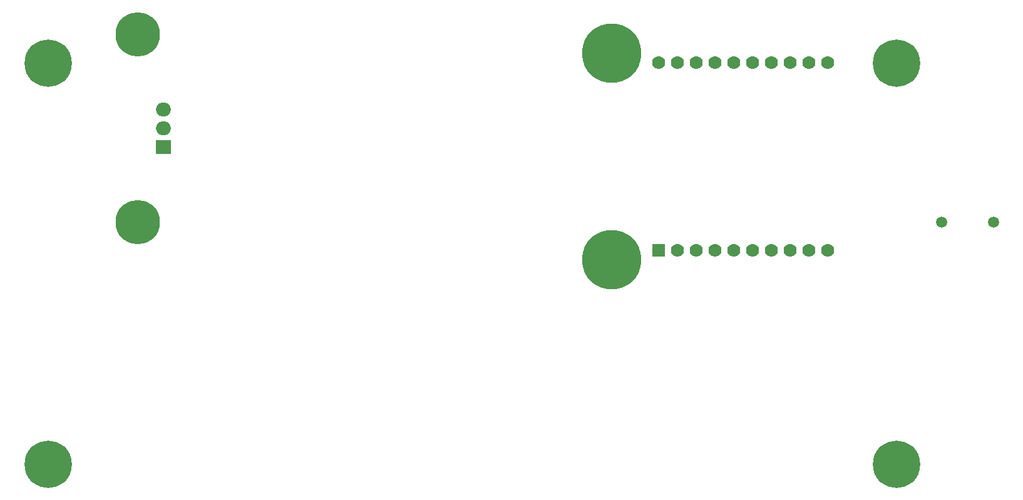
<source format=gbr>
%TF.GenerationSoftware,KiCad,Pcbnew,(7.0.0)*%
%TF.CreationDate,2024-01-21T10:46:33+01:00*%
%TF.ProjectId,bed-smart-plug,6265642d-736d-4617-9274-2d706c75672e,rev?*%
%TF.SameCoordinates,Original*%
%TF.FileFunction,Soldermask,Bot*%
%TF.FilePolarity,Negative*%
%FSLAX46Y46*%
G04 Gerber Fmt 4.6, Leading zero omitted, Abs format (unit mm)*
G04 Created by KiCad (PCBNEW (7.0.0)) date 2024-01-21 10:46:33*
%MOMM*%
%LPD*%
G01*
G04 APERTURE LIST*
%ADD10C,8.000000*%
%ADD11C,6.400000*%
%ADD12C,6.000000*%
%ADD13R,1.778000X1.778000*%
%ADD14C,1.778000*%
%ADD15C,1.500000*%
%ADD16R,2.000000X1.905000*%
%ADD17O,2.000000X1.905000*%
G04 APERTURE END LIST*
D10*
%TO.C,*%
X168656000Y-54864000D03*
%TD*%
D11*
%TO.C,*%
X207146000Y-56279000D03*
%TD*%
D12*
%TO.C,HS1*%
X104521000Y-77724000D03*
X104521000Y-52324000D03*
%TD*%
D11*
%TO.C,*%
X92396000Y-56279000D03*
%TD*%
%TO.C,*%
X207146000Y-110529000D03*
%TD*%
D13*
%TO.C,U1*%
X175005999Y-81533999D03*
D14*
X177546000Y-81534000D03*
X180086000Y-81534000D03*
X182626000Y-81534000D03*
X185166000Y-81534000D03*
X187706000Y-81534000D03*
X190246000Y-81534000D03*
X192786000Y-81534000D03*
X195326000Y-81534000D03*
X197866000Y-81534000D03*
X197866000Y-56134000D03*
X195326000Y-56134000D03*
X192786000Y-56134000D03*
X190246000Y-56134000D03*
X187706000Y-56134000D03*
X185166000Y-56134000D03*
X182626000Y-56134000D03*
X180086000Y-56134000D03*
X177546000Y-56134000D03*
X175006000Y-56134000D03*
%TD*%
D15*
%TO.C,J3*%
X220234000Y-77724000D03*
X213234000Y-77724000D03*
%TD*%
D16*
%TO.C,Q1*%
X108005999Y-67563999D03*
D17*
X108005999Y-65023999D03*
X108005999Y-62483999D03*
%TD*%
D11*
%TO.C,*%
X92396000Y-110529000D03*
%TD*%
D10*
%TO.C,*%
X168656000Y-82804000D03*
%TD*%
M02*

</source>
